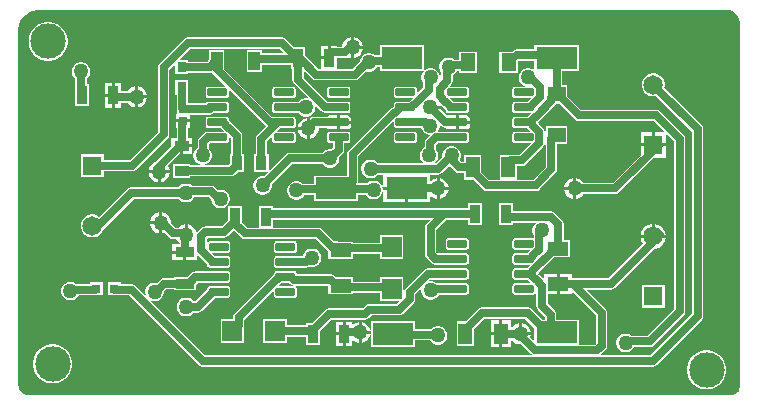
<source format=gtl>
G04*
G04 #@! TF.GenerationSoftware,Altium Limited,Altium Designer,25.4.2 (15)*
G04*
G04 Layer_Physical_Order=1*
G04 Layer_Color=255*
%FSLAX44Y44*%
%MOMM*%
G71*
G04*
G04 #@! TF.SameCoordinates,11C6A8BD-48F9-44D4-97C0-98E840ED0286*
G04*
G04*
G04 #@! TF.FilePolarity,Positive*
G04*
G01*
G75*
%ADD15R,1.2500X1.5000*%
%ADD16R,1.5621X0.8581*%
G04:AMPARAMS|DCode=17|XSize=0.65mm|YSize=1.65mm|CornerRadius=0.0488mm|HoleSize=0mm|Usage=FLASHONLY|Rotation=90.000|XOffset=0mm|YOffset=0mm|HoleType=Round|Shape=RoundedRectangle|*
%AMROUNDEDRECTD17*
21,1,0.6500,1.5525,0,0,90.0*
21,1,0.5525,1.6500,0,0,90.0*
1,1,0.0975,0.7763,0.2763*
1,1,0.0975,0.7763,-0.2763*
1,1,0.0975,-0.7763,-0.2763*
1,1,0.0975,-0.7763,0.2763*
%
%ADD17ROUNDEDRECTD17*%
%ADD18R,0.8000X0.8000*%
%ADD19R,0.8581X1.5621*%
%ADD20R,3.4500X1.8500*%
%ADD21R,1.5000X1.2500*%
%ADD22R,0.8000X0.9000*%
%ADD23R,1.0000X1.5000*%
%ADD24R,1.2000X0.9000*%
%ADD25R,0.9000X1.2000*%
%ADD26R,1.7000X1.6800*%
%ADD27R,1.6800X1.7000*%
%ADD28R,1.1500X1.8000*%
%ADD29R,1.8000X1.1500*%
%ADD30R,0.7200X0.7200*%
%ADD40C,0.6350*%
%ADD41C,1.6500*%
%ADD42R,1.6500X1.6500*%
%ADD43C,3.0000*%
%ADD44C,1.2700*%
G36*
X955834Y888561D02*
X957914Y887699D01*
X959786Y886448D01*
X961378Y884856D01*
X962629Y882984D01*
X963491Y880904D01*
X963930Y878696D01*
Y877570D01*
Y570230D01*
Y569479D01*
X963637Y568007D01*
X963063Y566621D01*
X962229Y565373D01*
X961167Y564311D01*
X959919Y563477D01*
X958533Y562903D01*
X957060Y562610D01*
X362219D01*
X360256Y563000D01*
X358407Y563766D01*
X356743Y564878D01*
X355328Y566293D01*
X354216Y567957D01*
X353450Y569806D01*
X353060Y571769D01*
Y572770D01*
Y867410D01*
Y871220D01*
Y872971D01*
X353743Y876406D01*
X355084Y879642D01*
X357029Y882554D01*
X359506Y885031D01*
X362418Y886976D01*
X365654Y888317D01*
X369089Y889000D01*
X953626D01*
X955834Y888561D01*
D02*
G37*
%LPC*%
G36*
X637540Y866113D02*
Y858520D01*
X645133D01*
X644554Y860681D01*
X643384Y862709D01*
X641729Y864364D01*
X639701Y865534D01*
X637540Y866113D01*
D02*
G37*
G36*
X635000D02*
X632839Y865534D01*
X630811Y864364D01*
X629156Y862709D01*
X627986Y860681D01*
X627380Y858420D01*
Y857787D01*
X623351D01*
Y858711D01*
X617790D01*
Y848360D01*
X616520D01*
Y847090D01*
X609689D01*
Y838930D01*
X607456D01*
X596734Y849652D01*
X595795Y850279D01*
Y857695D01*
X586595D01*
X579842Y864448D01*
X578288Y865486D01*
X576454Y865851D01*
X497055D01*
X495525Y865547D01*
X495221Y865486D01*
X493667Y864448D01*
X472862Y843643D01*
X471824Y842089D01*
X471459Y840255D01*
Y785574D01*
X447660Y761776D01*
X425720D01*
Y766759D01*
X406172D01*
Y747211D01*
X425720D01*
Y752194D01*
X449645D01*
X451479Y752559D01*
X453033Y753597D01*
X479638Y780202D01*
X480676Y781757D01*
X481041Y783590D01*
Y838271D01*
X485966Y843196D01*
Y834326D01*
X497014D01*
Y835559D01*
X515702D01*
X517481Y835913D01*
X529433Y823961D01*
X529422Y823963D01*
X513898D01*
X513113Y823807D01*
X512447Y823363D01*
X512003Y822697D01*
X511847Y821913D01*
Y816387D01*
X512003Y815603D01*
X512447Y814937D01*
X513113Y814493D01*
X513898Y814337D01*
X529422D01*
X530207Y814493D01*
X530873Y814937D01*
X531317Y815603D01*
X531473Y816387D01*
Y821913D01*
X531471Y821923D01*
X562934Y790460D01*
X555752Y783278D01*
X554714Y781723D01*
X554349Y779890D01*
Y766984D01*
X553116D01*
Y751936D01*
X564821D01*
X561155Y748271D01*
X561107Y748284D01*
X559033D01*
X557031Y747747D01*
X555235Y746711D01*
X553769Y745245D01*
X552733Y743449D01*
X552196Y741447D01*
Y739373D01*
X552733Y737371D01*
X553769Y735575D01*
X555235Y734109D01*
X557031Y733073D01*
X559033Y732536D01*
X561107D01*
X563109Y733073D01*
X564905Y734109D01*
X566371Y735575D01*
X567407Y737371D01*
X567944Y739373D01*
Y741447D01*
X567931Y741495D01*
X584915Y758479D01*
X610894D01*
X610919Y758435D01*
X612385Y756969D01*
X614181Y755933D01*
X616183Y755396D01*
X618257D01*
X620259Y755933D01*
X622055Y756969D01*
X623521Y758435D01*
X624557Y760231D01*
X625094Y762233D01*
Y764307D01*
X625081Y764355D01*
X627843Y767117D01*
X628537Y768156D01*
X628881Y768671D01*
X629246Y770505D01*
Y776237D01*
X632293D01*
X633077Y776393D01*
X633743Y776837D01*
X634187Y777503D01*
X634343Y778288D01*
Y783812D01*
X634187Y784597D01*
X633743Y785263D01*
X633077Y785707D01*
X632293Y785863D01*
X616768D01*
X615983Y785707D01*
X615317Y785263D01*
X614873Y784597D01*
X614717Y783812D01*
Y778288D01*
X614873Y777503D01*
X615317Y776837D01*
X615983Y776393D01*
X616768Y776237D01*
X619664D01*
Y772489D01*
X618305Y771131D01*
X618257Y771144D01*
X616183D01*
X614181Y770607D01*
X612385Y769571D01*
X610919Y768105D01*
X610894Y768061D01*
X582930D01*
X581401Y767757D01*
X581096Y767696D01*
X579542Y766658D01*
X565164Y752280D01*
Y766984D01*
X563931D01*
Y777905D01*
X568347Y782321D01*
Y778288D01*
X568503Y777503D01*
X568947Y776837D01*
X569613Y776393D01*
X570397Y776237D01*
X585923D01*
X586707Y776393D01*
X587373Y776837D01*
X587817Y777503D01*
X587973Y778288D01*
Y783812D01*
X587817Y784597D01*
X587373Y785263D01*
X586707Y785707D01*
X585923Y785863D01*
X572049D01*
X575122Y788937D01*
X585923D01*
X586707Y789093D01*
X587373Y789537D01*
X587817Y790203D01*
X587973Y790987D01*
Y796513D01*
X587817Y797297D01*
X587373Y797963D01*
X586707Y798407D01*
X585923Y798563D01*
X573425D01*
X573160Y798616D01*
X568330D01*
X527734Y839212D01*
Y854844D01*
X514686D01*
Y847046D01*
X514244Y846384D01*
X514066Y845489D01*
X513717Y845141D01*
X497014D01*
Y846374D01*
X489144D01*
X499039Y856269D01*
X574470D01*
X578568Y852171D01*
X559734D01*
Y854844D01*
X546686D01*
Y836796D01*
X559734D01*
Y842589D01*
X584165D01*
Y839025D01*
X585343D01*
Y829726D01*
X585708Y827892D01*
X586747Y826338D01*
X599062Y814023D01*
X597937Y814324D01*
X595863D01*
X593861Y813787D01*
X592065Y812751D01*
X590599Y811285D01*
X590574Y811241D01*
X586035D01*
X585923Y811263D01*
X570397D01*
X569613Y811107D01*
X568947Y810663D01*
X568503Y809997D01*
X568347Y809212D01*
Y803688D01*
X568503Y802903D01*
X568947Y802237D01*
X569613Y801793D01*
X570397Y801637D01*
X585923D01*
X586035Y801659D01*
X590574D01*
X590599Y801615D01*
X592065Y800149D01*
X593861Y799113D01*
X595863Y798576D01*
X597937D01*
X599939Y799113D01*
X601735Y800149D01*
X603201Y801615D01*
X604237Y803411D01*
X604774Y805413D01*
Y807487D01*
X604473Y808612D01*
X609947Y803137D01*
X611502Y802099D01*
X613335Y801734D01*
X616278D01*
X616768Y801637D01*
X632293D01*
X633077Y801793D01*
X633743Y802237D01*
X634187Y802903D01*
X634343Y803688D01*
Y809212D01*
X634187Y809997D01*
X633743Y810663D01*
X633077Y811107D01*
X632293Y811263D01*
X624720D01*
X624455Y811316D01*
X615320D01*
X594925Y831710D01*
Y837909D01*
X602083Y830751D01*
X603638Y829713D01*
X603942Y829652D01*
X605471Y829348D01*
X638200D01*
X640034Y829713D01*
X641588Y830751D01*
X647870Y837033D01*
X649203Y836676D01*
X651277D01*
X653279Y837213D01*
X655075Y838249D01*
X656541Y839715D01*
X657268Y840974D01*
X659406D01*
Y837586D01*
X696910D01*
X696009Y836685D01*
X694973Y834889D01*
X694436Y832887D01*
Y830813D01*
X694973Y828811D01*
X696009Y827015D01*
X696304Y826721D01*
Y823340D01*
X690843Y817879D01*
Y821913D01*
X690687Y822697D01*
X690243Y823363D01*
X689577Y823807D01*
X688792Y823963D01*
X673268D01*
X672483Y823807D01*
X671817Y823363D01*
X671373Y822697D01*
X671217Y821913D01*
Y816387D01*
X671373Y815603D01*
X671817Y814937D01*
X672483Y814493D01*
X673268Y814337D01*
X687141D01*
X684068Y811263D01*
X673268D01*
X672483Y811107D01*
X671817Y810663D01*
X671373Y809997D01*
X671217Y809212D01*
Y807456D01*
X670035Y806274D01*
X669590Y806186D01*
X669286Y806125D01*
X667731Y805087D01*
X632987Y770342D01*
X631949Y768788D01*
X631584Y766955D01*
Y748644D01*
X603526D01*
Y741835D01*
X594260D01*
X593575Y742520D01*
X591780Y743556D01*
X589777Y744093D01*
X587704D01*
X585701Y743556D01*
X583906Y742520D01*
X582440Y741054D01*
X581403Y739258D01*
X580867Y737256D01*
Y735182D01*
X581403Y733180D01*
X582440Y731384D01*
X583906Y729918D01*
X585701Y728882D01*
X587704Y728345D01*
X589777D01*
X591780Y728882D01*
X593575Y729918D01*
X595042Y731384D01*
X595543Y732253D01*
X603526D01*
Y727096D01*
X641074D01*
Y732444D01*
X647357D01*
X647749Y731765D01*
X649215Y730299D01*
X651011Y729263D01*
X653013Y728726D01*
X655087D01*
X657089Y729263D01*
X658885Y730299D01*
X660351Y731765D01*
X661387Y733561D01*
X661924Y735563D01*
Y737637D01*
X661387Y739639D01*
X660351Y741435D01*
X658885Y742901D01*
X657089Y743937D01*
X655087Y744474D01*
X653013D01*
X651011Y743937D01*
X649215Y742901D01*
X648341Y742026D01*
X641074D01*
Y743482D01*
X641166Y743945D01*
Y764970D01*
X671217Y795021D01*
Y790987D01*
X671373Y790203D01*
X671817Y789537D01*
X672483Y789093D01*
X673268Y788937D01*
X680840D01*
X681105Y788884D01*
X694537D01*
X694780Y787978D01*
X695816Y786182D01*
X697282Y784716D01*
X699078Y783680D01*
X701081Y783143D01*
X702403D01*
X698867Y779608D01*
X697829Y778054D01*
X697464Y776220D01*
Y772838D01*
X696205Y772111D01*
X694739Y770645D01*
X693703Y768849D01*
X693166Y766847D01*
Y764773D01*
X693703Y762771D01*
X694739Y760975D01*
X696205Y759509D01*
X696791Y759171D01*
X657836D01*
X657811Y759215D01*
X656345Y760681D01*
X654549Y761717D01*
X652547Y762254D01*
X650473D01*
X648471Y761717D01*
X646675Y760681D01*
X645209Y759215D01*
X644173Y757419D01*
X643636Y755417D01*
Y753343D01*
X644173Y751341D01*
X645209Y749545D01*
X646675Y748079D01*
X648471Y747043D01*
X650473Y746506D01*
X652547D01*
X654549Y747043D01*
X656345Y748079D01*
X657811Y749545D01*
X657836Y749589D01*
X662200D01*
Y739140D01*
X681990D01*
Y737870D01*
X683260D01*
Y726080D01*
X701780D01*
Y732178D01*
X703201Y730756D01*
X705229Y729586D01*
X707390Y729007D01*
Y737870D01*
Y746733D01*
X705229Y746154D01*
X703201Y744984D01*
X701780Y743562D01*
Y749589D01*
X708660D01*
X710493Y749954D01*
X712048Y750992D01*
X718185Y757129D01*
X723052Y752262D01*
X724607Y751224D01*
X726440Y750859D01*
X730836D01*
Y745126D01*
X738608D01*
X746712Y737022D01*
X748267Y735984D01*
X750100Y735619D01*
X791210D01*
X793044Y735984D01*
X794598Y737022D01*
X808053Y750477D01*
X809091Y752031D01*
X809456Y753865D01*
Y775076D01*
X818014D01*
Y790624D01*
X799966D01*
Y780238D01*
X799874Y779775D01*
Y755850D01*
X789225Y745201D01*
X775384D01*
Y756684D01*
X779645D01*
X781478Y757049D01*
X783033Y758087D01*
X797697Y772751D01*
X798735Y774306D01*
X798796Y774610D01*
X799100Y776139D01*
Y785961D01*
X798735Y787794D01*
X797697Y789349D01*
X794473Y792573D01*
X793991Y792894D01*
X793136Y793750D01*
X794177Y794791D01*
X794659Y795113D01*
X808052Y808507D01*
X808766Y809576D01*
X811238D01*
X824616Y796198D01*
X826170Y795159D01*
X828004Y794794D01*
X891625D01*
X900995Y785425D01*
X892154D01*
Y775905D01*
X901674D01*
Y784746D01*
X908339Y778081D01*
Y635624D01*
X885781Y613066D01*
X872540D01*
X872245Y613361D01*
X870449Y614397D01*
X868447Y614934D01*
X866373D01*
X864371Y614397D01*
X862575Y613361D01*
X861109Y611895D01*
X860073Y610099D01*
X859536Y608097D01*
Y606023D01*
X860073Y604021D01*
X861109Y602225D01*
X862575Y600759D01*
X864371Y599723D01*
X866373Y599186D01*
X868447D01*
X870449Y599723D01*
X872245Y600759D01*
X873711Y602225D01*
X874437Y603484D01*
X887765D01*
X889599Y603849D01*
X891153Y604887D01*
X916518Y630252D01*
X917556Y631806D01*
X917921Y633640D01*
Y780065D01*
X917556Y781899D01*
X916518Y783453D01*
X896998Y802973D01*
X895443Y804012D01*
X893610Y804377D01*
X829988D01*
X818014Y816351D01*
Y825124D01*
X813781D01*
Y837586D01*
X827764D01*
Y859134D01*
X790216D01*
Y855691D01*
X775145D01*
X773311Y855326D01*
X771757Y854288D01*
X771063Y853594D01*
X770962Y853574D01*
X760576D01*
Y835526D01*
X776124D01*
Y845231D01*
X776507Y845487D01*
X777129Y846109D01*
X790216D01*
Y837629D01*
X789695Y838151D01*
X787899Y839187D01*
X785897Y839724D01*
X783823D01*
X781821Y839187D01*
X780025Y838151D01*
X778559Y836685D01*
X777523Y834889D01*
X776986Y832887D01*
Y830813D01*
X777523Y828811D01*
X778559Y827015D01*
X780025Y825549D01*
X781821Y824513D01*
X783823Y823976D01*
X785897D01*
X787254Y824340D01*
X787631Y823963D01*
X773597D01*
X772813Y823807D01*
X772147Y823363D01*
X771703Y822697D01*
X771547Y821913D01*
Y816387D01*
X771703Y815603D01*
X772147Y814937D01*
X772813Y814493D01*
X773597Y814337D01*
X787471D01*
X784451Y811316D01*
X781435D01*
X781170Y811263D01*
X773597D01*
X772813Y811107D01*
X772147Y810663D01*
X771703Y809997D01*
X771547Y809212D01*
Y803688D01*
X771703Y802903D01*
X772147Y802237D01*
X772813Y801793D01*
X773597Y801637D01*
X787471D01*
X784398Y798563D01*
X773597D01*
X772813Y798407D01*
X772147Y797963D01*
X771703Y797297D01*
X771547Y796513D01*
Y790987D01*
X771703Y790203D01*
X772147Y789537D01*
X772813Y789093D01*
X773597Y788937D01*
X784398D01*
X787471Y785863D01*
X773597D01*
X772813Y785707D01*
X772147Y785263D01*
X771703Y784597D01*
X771547Y783812D01*
Y778288D01*
X771703Y777503D01*
X772147Y776837D01*
X772813Y776393D01*
X773597Y776237D01*
X787631D01*
X777660Y766266D01*
X770685D01*
X770222Y766174D01*
X760836D01*
Y745201D01*
X752085D01*
X745384Y751901D01*
Y766174D01*
X730836D01*
Y760441D01*
X728425D01*
X726940Y761926D01*
X727427Y762771D01*
X727964Y764773D01*
Y766847D01*
X727427Y768849D01*
X726391Y770645D01*
X724925Y772111D01*
X723129Y773147D01*
X721127Y773684D01*
X719053D01*
X717051Y773147D01*
X715255Y772111D01*
X713789Y770645D01*
X712753Y768849D01*
X712216Y766847D01*
Y764773D01*
X712229Y764725D01*
X706675Y759171D01*
X705289D01*
X705875Y759509D01*
X707341Y760975D01*
X708377Y762771D01*
X708914Y764773D01*
Y766847D01*
X708377Y768849D01*
X707341Y770645D01*
X707046Y770939D01*
Y774236D01*
X709070Y776259D01*
X716985D01*
X717097Y776237D01*
X732623D01*
X733407Y776393D01*
X734073Y776837D01*
X734517Y777503D01*
X734673Y778288D01*
Y783812D01*
X734517Y784597D01*
X734073Y785263D01*
X733407Y785707D01*
X732623Y785863D01*
X717097D01*
X716985Y785841D01*
X708077D01*
X708418Y786182D01*
X709455Y787978D01*
X709991Y789981D01*
Y791993D01*
X711547Y790437D01*
X712586Y789743D01*
X713102Y789399D01*
X714735Y789074D01*
X714915Y788805D01*
X715916Y788136D01*
X717097Y787901D01*
X723590D01*
Y793750D01*
Y799599D01*
X717097D01*
X716129Y799407D01*
X710753Y804782D01*
X710926Y805427D01*
X702063D01*
Y807967D01*
X710926D01*
X710750Y808625D01*
X711561Y807813D01*
X712043Y807491D01*
X715047Y804488D01*
Y803688D01*
X715203Y802903D01*
X715647Y802237D01*
X716313Y801793D01*
X717097Y801637D01*
X732623D01*
X733407Y801793D01*
X734073Y802237D01*
X734517Y802903D01*
X734673Y803688D01*
Y809212D01*
X734517Y809997D01*
X734073Y810663D01*
X733407Y811107D01*
X732623Y811263D01*
X725050D01*
X724785Y811316D01*
X721769D01*
X718749Y814337D01*
X732623D01*
X733407Y814493D01*
X734073Y814937D01*
X734517Y815603D01*
X734673Y816387D01*
Y821913D01*
X734517Y822697D01*
X734073Y823363D01*
X733407Y823807D01*
X732623Y823963D01*
X718589D01*
X719723Y825097D01*
X720761Y826651D01*
X720822Y826955D01*
X721126Y828485D01*
Y833712D01*
X722385Y834439D01*
X723851Y835905D01*
X724577Y837164D01*
X726076D01*
Y835526D01*
X741624D01*
Y853574D01*
X726076D01*
Y846746D01*
X722680D01*
X722385Y847041D01*
X720589Y848077D01*
X718587Y848614D01*
X716513D01*
X714511Y848077D01*
X712715Y847041D01*
X711249Y845575D01*
X710213Y843779D01*
X709676Y841777D01*
Y839703D01*
X710213Y837701D01*
X711249Y835905D01*
X711544Y835611D01*
Y830469D01*
X709322Y828248D01*
X709647Y828811D01*
X710184Y830813D01*
Y832887D01*
X709647Y834889D01*
X708611Y836685D01*
X707145Y838151D01*
X705349Y839187D01*
X703347Y839724D01*
X701273D01*
X699271Y839187D01*
X697475Y838151D01*
X696954Y837629D01*
Y859134D01*
X659406D01*
Y850556D01*
X655369D01*
X655075Y850851D01*
X653279Y851887D01*
X651277Y852424D01*
X649203D01*
X647201Y851887D01*
X645405Y850851D01*
X643939Y849385D01*
X642903Y847589D01*
X642366Y845587D01*
Y845080D01*
X636216Y838930D01*
X623351D01*
Y848205D01*
X630297D01*
X632131Y848569D01*
X632777Y849001D01*
X632839Y848966D01*
X635000Y848387D01*
Y857250D01*
Y866113D01*
D02*
G37*
G36*
X615250Y858711D02*
X609689D01*
Y849630D01*
X615250D01*
Y858711D01*
D02*
G37*
G36*
X645133Y855980D02*
X637540D01*
Y848387D01*
X639701Y848966D01*
X641729Y850136D01*
X643384Y851791D01*
X644554Y853819D01*
X645133Y855980D01*
D02*
G37*
G36*
X380088Y878854D02*
X376833D01*
X373640Y878219D01*
X370633Y876973D01*
X367927Y875165D01*
X365625Y872863D01*
X363817Y870157D01*
X362571Y867150D01*
X361936Y863958D01*
Y860703D01*
X362571Y857510D01*
X363817Y854503D01*
X365625Y851797D01*
X367927Y849495D01*
X370633Y847687D01*
X373640Y846441D01*
X376833Y845806D01*
X380088D01*
X383280Y846441D01*
X386287Y847687D01*
X388993Y849495D01*
X391295Y851797D01*
X393103Y854503D01*
X394349Y857510D01*
X394984Y860703D01*
Y863958D01*
X394349Y867150D01*
X393103Y870157D01*
X391295Y872863D01*
X388993Y875165D01*
X386287Y876973D01*
X383280Y878219D01*
X380088Y878854D01*
D02*
G37*
G36*
X432370Y826961D02*
X426809D01*
Y817880D01*
X432370D01*
Y826961D01*
D02*
G37*
G36*
X454660Y824203D02*
Y816610D01*
X462253D01*
X461674Y818771D01*
X460504Y820799D01*
X458849Y822454D01*
X456821Y823624D01*
X454660Y824203D01*
D02*
G37*
G36*
X632293Y823963D02*
X616768D01*
X615983Y823807D01*
X615317Y823363D01*
X614873Y822697D01*
X614717Y821913D01*
Y816387D01*
X614873Y815603D01*
X615317Y814937D01*
X615983Y814493D01*
X616768Y814337D01*
X632293D01*
X633077Y814493D01*
X633743Y814937D01*
X634187Y815603D01*
X634343Y816387D01*
Y821913D01*
X634187Y822697D01*
X633743Y823363D01*
X633077Y823807D01*
X632293Y823963D01*
D02*
G37*
G36*
X585923D02*
X570397D01*
X569613Y823807D01*
X568947Y823363D01*
X568503Y822697D01*
X568347Y821913D01*
Y816387D01*
X568503Y815603D01*
X568947Y814937D01*
X569613Y814493D01*
X570397Y814337D01*
X585923D01*
X586707Y814493D01*
X587373Y814937D01*
X587817Y815603D01*
X587973Y816387D01*
Y821913D01*
X587817Y822697D01*
X587373Y823363D01*
X586707Y823807D01*
X585923Y823963D01*
D02*
G37*
G36*
X407437Y844804D02*
X405363D01*
X403361Y844267D01*
X401565Y843231D01*
X400099Y841765D01*
X399063Y839969D01*
X398526Y837967D01*
Y835893D01*
X399063Y833891D01*
X400099Y832095D01*
X401565Y830629D01*
X401609Y830604D01*
Y825945D01*
X401285D01*
Y807275D01*
X412915D01*
Y825945D01*
X411191D01*
Y830604D01*
X411235Y830629D01*
X412701Y832095D01*
X413737Y833891D01*
X414274Y835893D01*
Y837967D01*
X413737Y839969D01*
X412701Y841765D01*
X411235Y843231D01*
X409439Y844267D01*
X407437Y844804D01*
D02*
G37*
G36*
X462253Y814070D02*
X454660D01*
Y806477D01*
X456821Y807056D01*
X458849Y808226D01*
X460504Y809881D01*
X461674Y811909D01*
X462253Y814070D01*
D02*
G37*
G36*
X440471Y826961D02*
X434910D01*
Y816610D01*
Y806259D01*
X440471D01*
Y810549D01*
X445891D01*
X446276Y809881D01*
X447931Y808226D01*
X449959Y807056D01*
X452120Y806477D01*
Y815340D01*
Y824203D01*
X449959Y823624D01*
X447931Y822454D01*
X446276Y820799D01*
X445891Y820131D01*
X440471D01*
Y826961D01*
D02*
G37*
G36*
X432370Y815340D02*
X426809D01*
Y806259D01*
X432370D01*
Y815340D01*
D02*
G37*
G36*
X623260Y799599D02*
X616768D01*
X615586Y799364D01*
X614585Y798695D01*
X614482Y798541D01*
X603698D01*
X601865Y798176D01*
X600612Y797339D01*
X599888Y797533D01*
Y788670D01*
Y779807D01*
X602050Y780386D01*
X604077Y781556D01*
X605732Y783211D01*
X606902Y785239D01*
X607508Y787500D01*
Y788959D01*
X614482D01*
X614585Y788805D01*
X615586Y788136D01*
X616768Y787901D01*
X623260D01*
Y793750D01*
Y799599D01*
D02*
G37*
G36*
X497014Y829374D02*
X485966D01*
Y817326D01*
X487334D01*
Y805735D01*
X487636Y804217D01*
Y801240D01*
X486620D01*
Y796370D01*
X492760D01*
X498900D01*
Y800309D01*
X515310D01*
X517144Y800674D01*
X518585Y801637D01*
X529422D01*
X530207Y801793D01*
X530873Y802237D01*
X531317Y802903D01*
X531473Y803688D01*
Y809212D01*
X531317Y809997D01*
X530873Y810663D01*
X530207Y811107D01*
X529422Y811263D01*
X513898D01*
X513113Y811107D01*
X512447Y810663D01*
X512003Y809997D01*
X511982Y809891D01*
X497884D01*
Y810224D01*
X496916D01*
Y817326D01*
X497014D01*
Y829374D01*
D02*
G37*
G36*
X732623Y799599D02*
X726130D01*
Y795020D01*
X735709D01*
Y796513D01*
X735474Y797694D01*
X734805Y798695D01*
X733804Y799364D01*
X732623Y799599D01*
D02*
G37*
G36*
X632293D02*
X625800D01*
Y795020D01*
X635379D01*
Y796513D01*
X635144Y797694D01*
X634475Y798695D01*
X633474Y799364D01*
X632293Y799599D01*
D02*
G37*
G36*
X597348Y797533D02*
X595187Y796954D01*
X593160Y795784D01*
X591505Y794129D01*
X590334Y792101D01*
X589755Y789940D01*
X597348D01*
Y797533D01*
D02*
G37*
G36*
X735709Y792480D02*
X726130D01*
Y787901D01*
X732623D01*
X733804Y788136D01*
X734805Y788805D01*
X735474Y789806D01*
X735709Y790987D01*
Y792480D01*
D02*
G37*
G36*
X635379D02*
X625800D01*
Y787901D01*
X632293D01*
X633474Y788136D01*
X634475Y788805D01*
X635144Y789806D01*
X635379Y790987D01*
Y792480D01*
D02*
G37*
G36*
X597348Y787400D02*
X589755D01*
X590334Y785239D01*
X591505Y783211D01*
X593160Y781556D01*
X595187Y780386D01*
X597348Y779807D01*
Y787400D01*
D02*
G37*
G36*
X688792Y785863D02*
X673268D01*
X672483Y785707D01*
X671817Y785263D01*
X671373Y784597D01*
X671217Y783812D01*
Y778288D01*
X671373Y777503D01*
X671817Y776837D01*
X672483Y776393D01*
X673268Y776237D01*
X688792D01*
X689577Y776393D01*
X690243Y776837D01*
X690687Y777503D01*
X690843Y778288D01*
Y783812D01*
X690687Y784597D01*
X690243Y785263D01*
X689577Y785707D01*
X688792Y785863D01*
D02*
G37*
G36*
X889614Y785425D02*
X880094D01*
Y775905D01*
X889614D01*
Y785425D01*
D02*
G37*
G36*
X500030Y772500D02*
X492760D01*
Y766730D01*
X500030D01*
Y772500D01*
D02*
G37*
G36*
X529422Y798563D02*
X513898D01*
X513113Y798407D01*
X512447Y797963D01*
X512003Y797297D01*
X511847Y796513D01*
Y790987D01*
X512003Y790203D01*
X512447Y789537D01*
X513113Y789093D01*
X513898Y788937D01*
X524698D01*
X527771Y785863D01*
X513898D01*
X513113Y785707D01*
X512960Y785605D01*
X512240Y785462D01*
X511936Y785401D01*
X510381Y784363D01*
X506662Y780643D01*
X505623Y779089D01*
X505258Y777255D01*
Y772586D01*
X504435Y772111D01*
X502969Y770645D01*
X501933Y768849D01*
X501396Y766847D01*
Y764773D01*
X501933Y762771D01*
X502969Y760975D01*
X504435Y759509D01*
X506231Y758473D01*
X508233Y757936D01*
X510307D01*
X512309Y758473D01*
X514105Y759509D01*
X515571Y760975D01*
X516607Y762771D01*
X517144Y764773D01*
Y766847D01*
X516607Y768849D01*
X515571Y770645D01*
X514840Y771375D01*
Y775271D01*
X515754Y776184D01*
X521585D01*
X521850Y776237D01*
X529422D01*
X530207Y776393D01*
X530873Y776837D01*
X531317Y777503D01*
X531473Y778288D01*
Y782321D01*
X533349Y780445D01*
Y766984D01*
X532116D01*
Y758712D01*
X530965Y757561D01*
X499014D01*
Y758794D01*
X483966D01*
Y746746D01*
X499014D01*
Y747979D01*
X532950D01*
X534784Y748344D01*
X536338Y749382D01*
X538892Y751936D01*
X544164D01*
Y766984D01*
X542931D01*
Y782430D01*
X542566Y784263D01*
X541528Y785818D01*
X534773Y792573D01*
X534291Y792894D01*
X531473Y795712D01*
Y796513D01*
X531317Y797297D01*
X530873Y797963D01*
X530207Y798407D01*
X529422Y798563D01*
D02*
G37*
G36*
X498900Y793830D02*
X492760D01*
X486620D01*
Y788960D01*
X487334D01*
Y780810D01*
X482950D01*
Y773506D01*
X469774Y760329D01*
X469009Y760124D01*
X466981Y758954D01*
X465326Y757299D01*
X464156Y755271D01*
X463577Y753110D01*
X481303D01*
X480724Y755271D01*
X479825Y756829D01*
X489726Y766730D01*
X490220D01*
Y773770D01*
X491490D01*
Y775040D01*
X500030D01*
Y780810D01*
X496916D01*
Y788960D01*
X498900D01*
Y793830D01*
D02*
G37*
G36*
X481303Y750570D02*
X473710D01*
Y742977D01*
X475871Y743556D01*
X477899Y744726D01*
X479554Y746381D01*
X480724Y748409D01*
X481303Y750570D01*
D02*
G37*
G36*
X471170D02*
X463577D01*
X464156Y748409D01*
X465326Y746381D01*
X466981Y744726D01*
X469009Y743556D01*
X471170Y742977D01*
Y750570D01*
D02*
G37*
G36*
X901674Y773365D02*
X890884D01*
X880094D01*
Y766219D01*
X856535Y742661D01*
X831729D01*
X831344Y743329D01*
X829689Y744984D01*
X827661Y746154D01*
X825500Y746733D01*
Y737870D01*
Y729007D01*
X827661Y729586D01*
X829689Y730756D01*
X831344Y732411D01*
X831729Y733079D01*
X858520D01*
X860353Y733444D01*
X861908Y734482D01*
X891271Y763845D01*
X901674D01*
Y773365D01*
D02*
G37*
G36*
X822960Y746733D02*
X820799Y746154D01*
X818771Y744984D01*
X817116Y743329D01*
X815946Y741301D01*
X815367Y739140D01*
X822960D01*
Y746733D01*
D02*
G37*
G36*
X709930D02*
Y739140D01*
X717523D01*
X716944Y741301D01*
X715774Y743329D01*
X714119Y744984D01*
X712091Y746154D01*
X709930Y746733D01*
D02*
G37*
G36*
X822960Y736600D02*
X815367D01*
X815946Y734439D01*
X817116Y732411D01*
X818771Y730756D01*
X820799Y729586D01*
X822960Y729007D01*
Y736600D01*
D02*
G37*
G36*
X717523D02*
X709930D01*
Y729007D01*
X712091Y729586D01*
X714119Y730756D01*
X715774Y732411D01*
X716944Y734439D01*
X717523Y736600D01*
D02*
G37*
G36*
X680720D02*
X662200D01*
Y726080D01*
X680720D01*
Y736600D01*
D02*
G37*
G36*
X496337Y741934D02*
X494263D01*
X492261Y741397D01*
X490465Y740361D01*
X488999Y738895D01*
X488974Y738851D01*
X448901D01*
X447068Y738486D01*
X445513Y737448D01*
X422010Y713944D01*
X421948Y714006D01*
X419719Y715293D01*
X417233Y715959D01*
X414660D01*
X412174Y715293D01*
X409945Y714006D01*
X408125Y712186D01*
X406838Y709958D01*
X406172Y707472D01*
Y704898D01*
X406838Y702412D01*
X408125Y700184D01*
X409945Y698364D01*
X412174Y697077D01*
X414660Y696411D01*
X417233D01*
X419719Y697077D01*
X421948Y698364D01*
X423768Y700184D01*
X425054Y702412D01*
X425429Y703812D01*
X450886Y729269D01*
X488974D01*
X488999Y729225D01*
X490465Y727759D01*
X492261Y726723D01*
X494263Y726186D01*
X496337D01*
X498339Y726723D01*
X500135Y727759D01*
X501601Y729225D01*
X502327Y730484D01*
X514512D01*
X516636Y728360D01*
Y727943D01*
X517173Y725941D01*
X518209Y724145D01*
X519675Y722679D01*
X521471Y721643D01*
X523473Y721106D01*
X525547D01*
X527549Y721643D01*
X529345Y722679D01*
X530811Y724145D01*
X531847Y725941D01*
X532384Y727943D01*
Y730017D01*
X531847Y732019D01*
X530811Y733815D01*
X529345Y735281D01*
X527549Y736317D01*
X525547Y736854D01*
X523473D01*
X522069Y736478D01*
X519884Y738663D01*
X518330Y739701D01*
X516497Y740066D01*
X500429D01*
X500135Y740361D01*
X498339Y741397D01*
X496337Y741934D01*
D02*
G37*
G36*
X745655Y725615D02*
X734025D01*
Y721071D01*
X568995D01*
Y723075D01*
X557365D01*
Y704561D01*
X547235D01*
X542455Y709341D01*
Y723075D01*
X530825D01*
Y712387D01*
X530733Y711924D01*
Y711089D01*
X525325Y705681D01*
X511720D01*
X510191Y705377D01*
X509886Y705316D01*
X508332Y704277D01*
X504612Y700558D01*
X504141Y699853D01*
X503584Y701931D01*
X502414Y703959D01*
X500759Y705614D01*
X498731Y706784D01*
X496570Y707363D01*
Y698500D01*
X494030D01*
Y707363D01*
X491869Y706784D01*
X489841Y705614D01*
X488734Y704506D01*
X486358D01*
X482600Y708264D01*
Y709830D01*
X481994Y712091D01*
X480824Y714119D01*
X479169Y715774D01*
X477141Y716944D01*
X474980Y717523D01*
Y708660D01*
Y699797D01*
X476980Y700333D01*
X480930Y696382D01*
X482485Y695344D01*
X484318Y694979D01*
X484919D01*
X485195Y694924D01*
X487099D01*
X488186Y693041D01*
X489841Y691386D01*
X489874Y691367D01*
Y690661D01*
X483679D01*
Y685100D01*
X494030D01*
Y683830D01*
X495300D01*
Y676999D01*
X504381D01*
Y682369D01*
X504612Y682022D01*
X509631Y677003D01*
X510113Y676681D01*
X513117Y673678D01*
Y672878D01*
X513273Y672093D01*
X513717Y671427D01*
X514383Y670983D01*
X515168Y670827D01*
X530692D01*
X531477Y670983D01*
X532143Y671427D01*
X532587Y672093D01*
X532743Y672878D01*
Y678402D01*
X532587Y679187D01*
X532143Y679853D01*
X531477Y680297D01*
X530692Y680453D01*
X523120D01*
X522855Y680506D01*
X519840D01*
X516819Y683527D01*
X530692D01*
X531477Y683683D01*
X532143Y684127D01*
X532587Y684793D01*
X532743Y685577D01*
Y691103D01*
X532587Y691887D01*
X532143Y692553D01*
X531477Y692997D01*
X530692Y693153D01*
X515168D01*
X514383Y692997D01*
X513717Y692553D01*
X513273Y691887D01*
X513117Y691103D01*
Y687069D01*
X512791Y687395D01*
Y695185D01*
X513704Y696099D01*
X527310D01*
X529143Y696463D01*
X530698Y697502D01*
X535720Y702524D01*
X541862Y696382D01*
X543417Y695344D01*
X545250Y694979D01*
X605075D01*
X615307Y684747D01*
X615586Y684561D01*
Y678286D01*
X636634D01*
Y682219D01*
X659366D01*
Y678436D01*
X679214D01*
Y698484D01*
X659366D01*
Y691801D01*
X636634D01*
Y692834D01*
X623998D01*
X623535Y692926D01*
X620680D01*
X610448Y703158D01*
X608894Y704196D01*
X607060Y704561D01*
X568995D01*
Y711489D01*
X702173D01*
X698922Y708238D01*
X697884Y706684D01*
X697519Y704850D01*
Y681990D01*
X697884Y680156D01*
X698922Y678602D01*
X702732Y674792D01*
X704286Y673754D01*
X706120Y673389D01*
X716985D01*
X717097Y673367D01*
X732623D01*
X733407Y673523D01*
X734073Y673967D01*
X734517Y674633D01*
X734673Y675417D01*
Y680943D01*
X734517Y681727D01*
X734073Y682393D01*
X733407Y682837D01*
X732623Y682993D01*
X717097D01*
X716985Y682971D01*
X708104D01*
X707101Y683975D01*
Y702866D01*
X715724Y711489D01*
X734025D01*
Y706945D01*
X745655D01*
Y725615D01*
D02*
G37*
G36*
X472440Y717523D02*
X470279Y716944D01*
X468251Y715774D01*
X466596Y714119D01*
X465426Y712091D01*
X464847Y709930D01*
X472440D01*
Y717523D01*
D02*
G37*
G36*
Y707390D02*
X464847D01*
X465426Y705229D01*
X466596Y703201D01*
X468251Y701546D01*
X470279Y700376D01*
X472440Y699797D01*
Y707390D01*
D02*
G37*
G36*
X892304Y707955D02*
X892154D01*
Y698435D01*
X901674D01*
Y698586D01*
X900938Y701330D01*
X899518Y703790D01*
X897509Y705799D01*
X895049Y707220D01*
X892304Y707955D01*
D02*
G37*
G36*
X889614D02*
X889463D01*
X886719Y707220D01*
X884258Y705799D01*
X882250Y703790D01*
X880829Y701330D01*
X880094Y698586D01*
Y698435D01*
X889614D01*
Y707955D01*
D02*
G37*
G36*
X732623Y695693D02*
X717097D01*
X716313Y695537D01*
X715647Y695093D01*
X715203Y694427D01*
X715047Y693643D01*
Y688118D01*
X715203Y687333D01*
X715647Y686667D01*
X716313Y686223D01*
X717097Y686067D01*
X732623D01*
X733407Y686223D01*
X734073Y686667D01*
X734517Y687333D01*
X734673Y688118D01*
Y693643D01*
X734517Y694427D01*
X734073Y695093D01*
X733407Y695537D01*
X732623Y695693D01*
D02*
G37*
G36*
X587192Y693153D02*
X571668D01*
X570883Y692997D01*
X570217Y692553D01*
X569773Y691887D01*
X569617Y691103D01*
Y685577D01*
X569773Y684793D01*
X570217Y684127D01*
X570883Y683683D01*
X571668Y683527D01*
X587192D01*
X587977Y683683D01*
X588643Y684127D01*
X589087Y684793D01*
X589243Y685577D01*
Y691103D01*
X589087Y691887D01*
X588643Y692553D01*
X587977Y692997D01*
X587192Y693153D01*
D02*
G37*
G36*
X603017Y686943D02*
X600943D01*
X598941Y686406D01*
X597145Y685370D01*
X595679Y683904D01*
X594643Y682108D01*
X594193Y680431D01*
X587305D01*
X587192Y680453D01*
X571668D01*
X570883Y680297D01*
X570217Y679853D01*
X569773Y679187D01*
X569617Y678402D01*
Y672878D01*
X569773Y672093D01*
X570217Y671427D01*
X570883Y670983D01*
X571668Y670827D01*
X587192D01*
X587305Y670849D01*
X596833D01*
X598666Y671214D01*
X599298Y671636D01*
X600943Y671195D01*
X603017D01*
X605019Y671732D01*
X606815Y672768D01*
X608281Y674234D01*
X609317Y676030D01*
X609854Y678032D01*
Y680106D01*
X609317Y682108D01*
X608281Y683904D01*
X606815Y685370D01*
X605019Y686406D01*
X603017Y686943D01*
D02*
G37*
G36*
X492760Y682560D02*
X483679D01*
Y676999D01*
X492760D01*
Y682560D01*
D02*
G37*
G36*
X732623Y670293D02*
X717097D01*
X716985Y670271D01*
X699770D01*
X697936Y669906D01*
X696382Y668868D01*
X681342Y653827D01*
X680303Y652273D01*
X679938Y650439D01*
Y646538D01*
X679214Y645814D01*
Y662684D01*
X659366D01*
Y658901D01*
X636634D01*
Y662834D01*
X622361D01*
X621408Y663788D01*
X619853Y664826D01*
X618020Y665191D01*
X589243D01*
Y665703D01*
X589087Y666487D01*
X588643Y667153D01*
X587977Y667597D01*
X587192Y667753D01*
X571668D01*
X570883Y667597D01*
X570217Y667153D01*
X569773Y666487D01*
X569617Y665703D01*
Y664902D01*
X566799Y662085D01*
X566317Y661763D01*
X536487Y631933D01*
X535449Y630378D01*
X535084Y628545D01*
Y627144D01*
X524526D01*
Y607296D01*
X544574D01*
Y621982D01*
X544666Y622445D01*
Y626560D01*
X569617Y651511D01*
Y647477D01*
X569773Y646693D01*
X570217Y646027D01*
X570883Y645583D01*
X571668Y645427D01*
X587192D01*
X587977Y645583D01*
X588643Y646027D01*
X589087Y646693D01*
X589243Y647477D01*
Y653002D01*
X589087Y653787D01*
X588643Y654453D01*
X587977Y654897D01*
X587192Y655053D01*
X573319D01*
X576392Y658127D01*
X582468D01*
X583582Y657012D01*
X585136Y655974D01*
X585441Y655913D01*
X586970Y655609D01*
X615586D01*
Y648286D01*
X636634D01*
Y649319D01*
X659366D01*
Y642636D01*
X676036D01*
X673406Y640006D01*
X650423D01*
X648894Y639702D01*
X648590Y639641D01*
X647035Y638603D01*
X644719Y636287D01*
X615975D01*
X614446Y635982D01*
X614142Y635922D01*
X612588Y634883D01*
X601719Y624015D01*
X596865D01*
Y622011D01*
X580374D01*
Y627144D01*
X560326D01*
Y607296D01*
X580374D01*
Y612429D01*
X596865D01*
Y605345D01*
X608495D01*
Y617239D01*
X617960Y626704D01*
X646703D01*
X648537Y627069D01*
X650091Y628108D01*
X652408Y630424D01*
X675390D01*
X677224Y630789D01*
X678778Y631827D01*
X688117Y641166D01*
X689156Y642720D01*
X689520Y644554D01*
Y648455D01*
X694737Y653672D01*
X694436Y652547D01*
Y650473D01*
X694973Y648471D01*
X696009Y646675D01*
X697475Y645209D01*
X699271Y644173D01*
X701273Y643636D01*
X703347D01*
X705349Y644173D01*
X707145Y645209D01*
X708611Y646675D01*
X709326Y647914D01*
X724785D01*
X725050Y647967D01*
X732623D01*
X733407Y648123D01*
X734073Y648567D01*
X734517Y649233D01*
X734673Y650017D01*
Y655543D01*
X734517Y656327D01*
X734073Y656993D01*
X733407Y657437D01*
X732623Y657593D01*
X717097D01*
X716608Y657496D01*
X707459D01*
X707145Y657811D01*
X705349Y658847D01*
X703347Y659384D01*
X701273D01*
X700148Y659082D01*
X701755Y660689D01*
X716985D01*
X717097Y660667D01*
X732623D01*
X733407Y660823D01*
X734073Y661267D01*
X734517Y661933D01*
X734673Y662718D01*
Y668242D01*
X734517Y669027D01*
X734073Y669693D01*
X733407Y670137D01*
X732623Y670293D01*
D02*
G37*
G36*
X398439Y658882D02*
X396366D01*
X394363Y658345D01*
X392568Y657309D01*
X391102Y655843D01*
X390065Y654047D01*
X389529Y652045D01*
Y649971D01*
X390065Y647969D01*
X391102Y646173D01*
X392568Y644707D01*
X394363Y643671D01*
X396366Y643134D01*
X398439D01*
X400442Y643671D01*
X402237Y644707D01*
X403703Y646173D01*
X404275Y647164D01*
X418515D01*
X418978Y647256D01*
X424864D01*
Y658304D01*
X413816D01*
Y656746D01*
X402800D01*
X402237Y657309D01*
X400442Y658345D01*
X398439Y658882D01*
D02*
G37*
G36*
X530692Y655053D02*
X515168D01*
X514383Y654897D01*
X513717Y654453D01*
X513273Y653787D01*
X513117Y653002D01*
Y652202D01*
X503246Y642331D01*
X501626D01*
X501601Y642375D01*
X500135Y643841D01*
X498339Y644877D01*
X496337Y645414D01*
X494263D01*
X492261Y644877D01*
X490465Y643841D01*
X488999Y642375D01*
X487963Y640579D01*
X487426Y638577D01*
Y636503D01*
X487963Y634501D01*
X488999Y632705D01*
X490465Y631239D01*
X492261Y630203D01*
X494263Y629666D01*
X496337D01*
X498339Y630203D01*
X500135Y631239D01*
X501601Y632705D01*
X501626Y632749D01*
X505230D01*
X507063Y633114D01*
X508618Y634152D01*
X519892Y645427D01*
X530692D01*
X531477Y645583D01*
X532143Y646027D01*
X532587Y646693D01*
X532743Y647477D01*
Y653002D01*
X532587Y653787D01*
X532143Y654453D01*
X531477Y654897D01*
X530692Y655053D01*
D02*
G37*
G36*
X900658Y656139D02*
X881110D01*
Y636591D01*
X900658D01*
Y656139D01*
D02*
G37*
G36*
X643890Y624813D02*
Y617220D01*
X651483D01*
X650904Y619381D01*
X649734Y621409D01*
X648079Y623064D01*
X646051Y624234D01*
X643890Y624813D01*
D02*
G37*
G36*
X760490Y626220D02*
X753470D01*
Y615950D01*
X760490D01*
Y626220D01*
D02*
G37*
G36*
X779780Y623543D02*
Y615950D01*
X787373D01*
X786794Y618111D01*
X785624Y620139D01*
X783969Y621794D01*
X781941Y622964D01*
X779780Y623543D01*
D02*
G37*
G36*
X627950Y625031D02*
X622389D01*
Y615950D01*
X627950D01*
Y625031D01*
D02*
G37*
G36*
X651483Y614680D02*
X643890D01*
Y607087D01*
X646051Y607666D01*
X648079Y608836D01*
X649734Y610491D01*
X650904Y612519D01*
X651483Y614680D01*
D02*
G37*
G36*
X636051Y625031D02*
X630490D01*
Y614680D01*
Y604329D01*
X636051D01*
Y609947D01*
X637161Y608836D01*
X639189Y607666D01*
X641350Y607087D01*
Y615950D01*
Y624813D01*
X639189Y624234D01*
X637161Y623064D01*
X636051Y621953D01*
Y625031D01*
D02*
G37*
G36*
X689334Y625454D02*
X651786D01*
Y603906D01*
X689334D01*
Y609254D01*
X701967D01*
X702359Y608575D01*
X703825Y607109D01*
X705621Y606073D01*
X707623Y605536D01*
X709697D01*
X711699Y606073D01*
X713495Y607109D01*
X714961Y608575D01*
X715997Y610371D01*
X716534Y612373D01*
Y614447D01*
X715997Y616449D01*
X714961Y618245D01*
X713495Y619711D01*
X711699Y620747D01*
X709697Y621284D01*
X707623D01*
X705621Y620747D01*
X703825Y619711D01*
X702951Y618836D01*
X689334D01*
Y625454D01*
D02*
G37*
G36*
X627950Y613410D02*
X622389D01*
Y604329D01*
X627950D01*
Y613410D01*
D02*
G37*
G36*
X760490Y613410D02*
X753470D01*
Y603140D01*
X760490D01*
Y613410D01*
D02*
G37*
G36*
X892170Y835209D02*
X889597D01*
X887111Y834543D01*
X884882Y833256D01*
X883063Y831436D01*
X881776Y829208D01*
X881110Y826722D01*
Y824148D01*
X881776Y821662D01*
X883063Y819434D01*
X884882Y817614D01*
X887111Y816327D01*
X889597Y815661D01*
X892170D01*
X893520Y816023D01*
X923579Y785964D01*
Y631904D01*
X888286Y596611D01*
X845694D01*
X846758Y597322D01*
X850478Y601042D01*
X851516Y602596D01*
X851577Y602901D01*
X851881Y604430D01*
Y632460D01*
X851516Y634294D01*
X851172Y634809D01*
X850478Y635848D01*
X834287Y652039D01*
X854950D01*
X856784Y652404D01*
X858338Y653442D01*
X891271Y686375D01*
X892304D01*
X895049Y687110D01*
X897509Y688531D01*
X899518Y690540D01*
X900938Y693000D01*
X901674Y695744D01*
Y695895D01*
X890884D01*
X880094D01*
Y695744D01*
X880829Y693000D01*
X882116Y690771D01*
X852965Y661621D01*
X821800D01*
Y665120D01*
X811530D01*
Y656830D01*
Y648540D01*
X821800D01*
Y650975D01*
X842299Y630476D01*
Y606414D01*
X841386Y605501D01*
X827764D01*
Y626724D01*
X808886D01*
Y631005D01*
X808521Y632839D01*
X807483Y634393D01*
X801352Y640524D01*
Y648540D01*
X808990D01*
Y656830D01*
Y665120D01*
X798720D01*
Y660055D01*
X794659Y664117D01*
X794177Y664439D01*
X793136Y665480D01*
X793991Y666336D01*
X794473Y666657D01*
X807371Y679556D01*
X820784D01*
Y694104D01*
X815051D01*
Y707390D01*
X814686Y709223D01*
X813648Y710778D01*
X807393Y717032D01*
X805839Y718071D01*
X804006Y718435D01*
X772195D01*
Y725615D01*
X760565D01*
Y706945D01*
X772195D01*
Y708853D01*
X791875D01*
X791455Y708611D01*
X789989Y707145D01*
X788953Y705349D01*
X788416Y703347D01*
Y701273D01*
X788953Y699271D01*
X789518Y698292D01*
Y695615D01*
X789122Y695693D01*
X773597D01*
X772813Y695537D01*
X772147Y695093D01*
X771703Y694427D01*
X771547Y693643D01*
Y688118D01*
X771703Y687333D01*
X772147Y686667D01*
X772813Y686223D01*
X773597Y686067D01*
X787471D01*
X784398Y682993D01*
X773597D01*
X772813Y682837D01*
X772147Y682393D01*
X771703Y681727D01*
X771547Y680943D01*
Y675417D01*
X771703Y674633D01*
X772147Y673967D01*
X772813Y673523D01*
X773597Y673367D01*
X787471D01*
X784398Y670293D01*
X773597D01*
X772813Y670137D01*
X772147Y669693D01*
X771703Y669027D01*
X771547Y668242D01*
Y662718D01*
X771703Y661933D01*
X772147Y661267D01*
X772813Y660823D01*
X773597Y660667D01*
X784398D01*
X787471Y657593D01*
X773597D01*
X772813Y657437D01*
X772147Y656993D01*
X771703Y656327D01*
X771547Y655543D01*
Y650017D01*
X771703Y649233D01*
X772147Y648567D01*
X772813Y648123D01*
X773597Y647967D01*
X789122D01*
X789907Y648123D01*
X790573Y648567D01*
X791017Y649233D01*
X791173Y650017D01*
Y654051D01*
X791770Y653454D01*
Y638539D01*
X792135Y636706D01*
X793173Y635151D01*
X799304Y629021D01*
Y626724D01*
X796992D01*
X787868Y635848D01*
X786313Y636886D01*
X784480Y637251D01*
X746290D01*
X744457Y636886D01*
X742902Y635848D01*
X732258Y625204D01*
X724486D01*
Y604156D01*
X739034D01*
Y618428D01*
X748275Y627669D01*
X782495D01*
X790216Y619948D01*
Y608354D01*
X786906Y611665D01*
X787373Y613410D01*
X778510D01*
Y614680D01*
X777240D01*
Y623543D01*
X775079Y622964D01*
X773051Y621794D01*
X771396Y620139D01*
X771011Y619471D01*
X770050D01*
Y626220D01*
X763030D01*
Y614680D01*
Y603140D01*
X770050D01*
Y609889D01*
X771011D01*
X771396Y609221D01*
X773051Y607566D01*
X775079Y606396D01*
X777340Y605790D01*
X779229D01*
X787697Y597322D01*
X788761Y596611D01*
X511255D01*
X464105Y643760D01*
X465591Y642903D01*
X467593Y642366D01*
X469667D01*
X471669Y642903D01*
X473465Y643939D01*
X474931Y645405D01*
X475967Y647201D01*
X476504Y649203D01*
Y650324D01*
X478679Y652499D01*
X484695D01*
Y651475D01*
X503365D01*
Y656329D01*
X505184Y658149D01*
X515055D01*
X515168Y658127D01*
X530692D01*
X531477Y658283D01*
X532143Y658727D01*
X532587Y659393D01*
X532743Y660178D01*
Y665703D01*
X532587Y666487D01*
X532143Y667153D01*
X531477Y667597D01*
X530692Y667753D01*
X515168D01*
X515055Y667731D01*
X503200D01*
X501671Y667427D01*
X501366Y667366D01*
X499812Y666328D01*
X496589Y663105D01*
X484695D01*
Y662081D01*
X476694D01*
X474861Y661716D01*
X473307Y660678D01*
X470515Y657887D01*
X469667Y658114D01*
X467593D01*
X465591Y657577D01*
X463795Y656541D01*
X462329Y655075D01*
X461293Y653279D01*
X460756Y651277D01*
Y649203D01*
X461293Y647201D01*
X462150Y645715D01*
X452523Y655343D01*
X450969Y656381D01*
X449135Y656746D01*
X439864D01*
Y658304D01*
X428816D01*
Y647256D01*
X434702D01*
X435165Y647164D01*
X447150D01*
X505882Y588432D01*
X506921Y587738D01*
X507437Y587394D01*
X509270Y587029D01*
X890270D01*
X892104Y587394D01*
X893658Y588432D01*
X931758Y626532D01*
X932796Y628087D01*
X932857Y628391D01*
X933161Y629920D01*
Y787949D01*
X932796Y789782D01*
X931758Y791336D01*
X900296Y822798D01*
X900658Y824148D01*
Y826722D01*
X899992Y829208D01*
X898705Y831436D01*
X896885Y833256D01*
X894656Y834543D01*
X892170Y835209D01*
D02*
G37*
G36*
X383898Y605804D02*
X380643D01*
X377450Y605169D01*
X374443Y603923D01*
X371737Y602115D01*
X369435Y599813D01*
X367627Y597107D01*
X366381Y594100D01*
X365746Y590908D01*
Y587653D01*
X366381Y584460D01*
X367627Y581453D01*
X369435Y578747D01*
X371737Y576445D01*
X374443Y574637D01*
X377450Y573391D01*
X380643Y572756D01*
X383898D01*
X387090Y573391D01*
X390097Y574637D01*
X392803Y576445D01*
X395105Y578747D01*
X396913Y581453D01*
X398159Y584460D01*
X398794Y587653D01*
Y590908D01*
X398159Y594100D01*
X396913Y597107D01*
X395105Y599813D01*
X392803Y602115D01*
X390097Y603923D01*
X387090Y605169D01*
X383898Y605804D01*
D02*
G37*
G36*
X937617Y600724D02*
X934362D01*
X931170Y600089D01*
X928163Y598843D01*
X925457Y597035D01*
X923155Y594733D01*
X921347Y592027D01*
X920101Y589020D01*
X919466Y585827D01*
Y582573D01*
X920101Y579380D01*
X921347Y576373D01*
X923155Y573667D01*
X925457Y571365D01*
X928163Y569557D01*
X931170Y568311D01*
X934362Y567676D01*
X937617D01*
X940810Y568311D01*
X943817Y569557D01*
X946523Y571365D01*
X948825Y573667D01*
X950633Y576373D01*
X951879Y579380D01*
X952514Y582573D01*
Y585827D01*
X951879Y589020D01*
X950633Y592027D01*
X948825Y594733D01*
X946523Y597035D01*
X943817Y598843D01*
X940810Y600089D01*
X937617Y600724D01*
D02*
G37*
%LPD*%
D15*
X733850Y844550D02*
D03*
X768350Y844550D02*
D03*
D16*
X494030Y657290D02*
D03*
Y683830D02*
D03*
D17*
X781360Y781050D02*
D03*
Y793750D02*
D03*
Y806450D02*
D03*
Y819150D02*
D03*
X724860Y781050D02*
D03*
Y793750D02*
D03*
Y806450D02*
D03*
Y819150D02*
D03*
X578160Y781050D02*
D03*
Y793750D02*
D03*
Y806450D02*
D03*
Y819150D02*
D03*
X521660Y781050D02*
D03*
Y793750D02*
D03*
Y806450D02*
D03*
Y819150D02*
D03*
X781360Y652780D02*
D03*
Y665480D02*
D03*
Y678180D02*
D03*
Y690880D02*
D03*
X724860Y652780D02*
D03*
Y665480D02*
D03*
Y678180D02*
D03*
Y690880D02*
D03*
X522930Y688340D02*
D03*
Y675640D02*
D03*
Y662940D02*
D03*
Y650240D02*
D03*
X579430Y688340D02*
D03*
Y675640D02*
D03*
Y662940D02*
D03*
Y650240D02*
D03*
X624530Y819150D02*
D03*
Y806450D02*
D03*
Y793750D02*
D03*
Y781050D02*
D03*
X681030Y819150D02*
D03*
Y806450D02*
D03*
Y793750D02*
D03*
Y781050D02*
D03*
D18*
X434340Y652780D02*
D03*
X419340D02*
D03*
D19*
X433640Y816610D02*
D03*
X407100D02*
D03*
X602680Y614680D02*
D03*
X629220D02*
D03*
X766380Y716280D02*
D03*
X739840D02*
D03*
X563180Y713740D02*
D03*
X536640D02*
D03*
X616520Y848360D02*
D03*
X589980D02*
D03*
D20*
X622300Y737870D02*
D03*
X808990Y615950D02*
D03*
Y848360D02*
D03*
X681990Y737870D02*
D03*
X670560Y614680D02*
D03*
X678180Y848360D02*
D03*
D21*
X808990Y782850D02*
D03*
X808990Y817350D02*
D03*
D22*
X491490Y823350D02*
D03*
Y840350D02*
D03*
D23*
X553210Y845820D02*
D03*
X521210D02*
D03*
D24*
X491490Y773770D02*
D03*
Y752770D02*
D03*
D25*
X538140Y759460D02*
D03*
X559140D02*
D03*
D26*
X570350Y617220D02*
D03*
X534550D02*
D03*
D27*
X669290Y652660D02*
D03*
Y688460D02*
D03*
D28*
X761760Y614680D02*
D03*
X731760D02*
D03*
X738110Y755650D02*
D03*
X768110D02*
D03*
D29*
X810260Y656830D02*
D03*
Y686830D02*
D03*
X626110Y685560D02*
D03*
Y655560D02*
D03*
D30*
X492760Y805100D02*
D03*
Y795100D02*
D03*
D40*
X433640Y816610D02*
G03*
X434910Y815340I1270J0D01*
G01*
X778510Y613285D02*
X791085Y600710D01*
X847090Y604430D02*
Y632460D01*
X843370Y600710D02*
X847090Y604430D01*
X791085Y600710D02*
X843370D01*
X509270Y591820D02*
X890270D01*
X449135Y651955D02*
X509270Y591820D01*
X890270D02*
X928370Y629920D01*
X718765Y841955D02*
X731256D01*
X733850Y844550D01*
X717550Y840740D02*
X718765Y841955D01*
X716335Y828485D02*
Y839525D01*
X718765Y841955D01*
X709930Y816220D02*
Y822080D01*
X716335Y828485D01*
X714949Y811201D02*
X715109D01*
X719785Y806525D01*
X709930Y816220D02*
X714949Y811201D01*
X928370Y629920D02*
Y787949D01*
X887765Y608275D02*
X913130Y633640D01*
X868625Y608275D02*
X887765D01*
X714935Y793825D02*
X724785D01*
X702063Y806697D02*
X714935Y793825D01*
X724785D02*
X724860Y793750D01*
X697741Y793675D02*
X700399Y791017D01*
X702117D01*
X681105Y793675D02*
X697741D01*
X475428Y708660D02*
X484318Y699770D01*
X485195Y699715D02*
X494085D01*
X484318Y699770D02*
X485140D01*
X485195Y699715D01*
X494085D02*
X495300Y698500D01*
X473710Y708660D02*
X475428D01*
X435165Y651955D02*
X449135D01*
X468630Y650240D02*
X469644D01*
X476694Y657290D01*
X497550D01*
X434340Y652780D02*
X435165Y651955D01*
X397403Y651008D02*
X398350Y651955D01*
X418515D01*
X419340Y652780D01*
X808990Y817350D02*
Y848360D01*
X803910Y850900D02*
X807720Y847090D01*
X805180D02*
X807720Y849630D01*
X808990Y848360D01*
X775145Y850900D02*
X803910D01*
X867410Y607060D02*
X868625Y608275D01*
X890884Y825435D02*
X928370Y787949D01*
X893610Y799585D02*
X913130Y780065D01*
Y633640D02*
Y780065D01*
X406400Y817310D02*
Y836930D01*
Y817310D02*
X407100Y816610D01*
X618020Y660400D02*
X622860Y655560D01*
X586970Y660400D02*
X618020D01*
X584430Y662940D02*
X586970Y660400D01*
X574430Y662940D02*
X584430D01*
X626110Y655560D02*
X627560Y654110D01*
X622860Y655560D02*
X626110D01*
X434910Y815340D02*
X453390D01*
X808990Y817350D02*
X810240D01*
X828004Y799585D01*
X893610D01*
X804665Y753865D02*
Y779775D01*
X791210Y740410D02*
X804665Y753865D01*
X750100Y740410D02*
X791210D01*
X804665Y779775D02*
X807740Y782850D01*
X808990D01*
X779645Y761475D02*
X794309Y776139D01*
X786360Y793825D02*
X786435D01*
X770685Y761475D02*
X779645D01*
X786360Y793750D02*
X790925Y789185D01*
X768110Y758900D02*
X770685Y761475D01*
X791085Y789185D02*
X794309Y785961D01*
X790925Y789185D02*
X791085D01*
X794309Y776139D02*
Y785961D01*
X768110Y755650D02*
Y758900D01*
X804006Y713644D02*
X810260Y707390D01*
Y686830D02*
Y707390D01*
X767496Y713644D02*
X804006D01*
X822720Y656830D02*
X854950D01*
X896620Y698500D01*
X822720Y656830D02*
X847090Y632460D01*
X670560Y614680D02*
X671195Y614045D01*
X708025D02*
X708660Y613410D01*
X671195Y614045D02*
X708025D01*
X517930Y650240D02*
X522930D01*
X495300Y637540D02*
X505230D01*
X517930Y650240D01*
X578160Y806450D02*
X596900D01*
X784860Y831850D02*
X786520D01*
X795020Y823350D01*
Y814950D02*
Y823350D01*
X781360Y806450D02*
X781435Y806525D01*
X786435D02*
X790925Y811015D01*
X781435Y806525D02*
X786435D01*
X791085Y811015D02*
X795020Y814950D01*
X701095Y830635D02*
X702310Y831850D01*
X701095Y821355D02*
Y830635D01*
X690941Y811201D02*
X701095Y821355D01*
X590134Y829726D02*
X613335Y806525D01*
X476250Y783590D02*
Y840255D01*
X449645Y756985D02*
X476250Y783590D01*
Y840255D02*
X497055Y861060D01*
X576454D02*
X591250Y846264D01*
X497055Y861060D02*
X576454D01*
X421026Y756985D02*
X449645D01*
X516497Y735275D02*
X521577Y730195D01*
X496515Y735275D02*
X516497D01*
X521577Y730195D02*
X523295D01*
X524510Y728980D01*
X495300Y734060D02*
X496515Y735275D01*
X708660Y754380D02*
X720090Y765810D01*
X448901Y734060D02*
X495300D01*
X421026Y706185D02*
X448901Y734060D01*
X494665Y697865D02*
X495300Y698500D01*
X472440Y751840D02*
Y756220D01*
X508000Y685410D02*
Y697170D01*
X511720Y700890D01*
X517855Y675715D02*
X522855D01*
X623535Y688135D02*
X625385Y686285D01*
X513179Y680391D02*
X517855Y675715D01*
X513019Y680391D02*
X513179D01*
X508000Y685410D02*
X513019Y680391D01*
X511720Y700890D02*
X527310D01*
X536070Y708950D02*
Y712470D01*
X535524Y711924D02*
X536070Y712470D01*
X527310Y700890D02*
X535524Y709104D01*
Y711924D01*
X522855Y675715D02*
X522930Y675640D01*
X560070Y740410D02*
X582930Y763270D01*
X617220D01*
X625385Y686285D02*
X626110Y685560D01*
X494665Y684465D02*
Y697865D01*
X618695Y688135D02*
X623535D01*
X494030Y683830D02*
X494665Y684465D01*
X509270Y765810D02*
X510049Y766589D01*
X521585Y780975D02*
X521660Y781050D01*
X513769Y780975D02*
X521585D01*
X510049Y777255D02*
X513769Y780975D01*
X510049Y766589D02*
Y777255D01*
X532950Y752770D02*
X538140Y757960D01*
X491490Y752770D02*
X532950D01*
X538140Y757960D02*
Y759460D01*
Y782430D01*
X472440Y756220D02*
X490625Y774405D01*
X492125D01*
X651510Y754380D02*
X708660D01*
X589566Y737045D02*
X621474D01*
X588741Y736219D02*
X589566Y737045D01*
X621474D02*
X622300Y737870D01*
X553210Y845820D02*
X554770Y847380D01*
X588864D01*
X638200Y834139D02*
X648611Y844550D01*
X650240D02*
X651455Y845765D01*
X664155D01*
X648611Y844550D02*
X650240D01*
X664155Y845765D02*
X666750Y848360D01*
X605471Y834139D02*
X638200D01*
X768350Y844550D02*
Y845800D01*
X771425Y848875D01*
X773120D01*
X775145Y850900D01*
X591250Y846264D02*
X593346D01*
X617636Y852996D02*
X630297D01*
X616520Y851880D02*
X617636Y852996D01*
X630297D02*
X634552Y857250D01*
X636270D01*
X616520Y848360D02*
Y851880D01*
X590134Y829726D02*
Y841184D01*
X676030Y806450D02*
X686030D01*
X675955Y806375D02*
X676030Y806450D01*
X672235Y801699D02*
X675955Y805419D01*
X671119Y801699D02*
X672235D01*
X636375Y766955D02*
X671119Y801699D01*
X675955Y805419D02*
Y806375D01*
X636375Y743945D02*
Y766955D01*
X630300Y737870D02*
X636375Y743945D01*
X622300Y737870D02*
X630300D01*
Y737235D02*
X653415D01*
X686030Y806450D02*
X690781Y811201D01*
X690941D01*
X598618Y788670D02*
X603698Y793750D01*
X624530D01*
X559140Y779890D02*
X568249Y788999D01*
X559140Y759460D02*
Y779890D01*
X568409Y788999D02*
X573160Y793750D01*
X568249Y788999D02*
X568409D01*
X566345Y793825D02*
X573160D01*
Y793750D02*
X578160D01*
X702255Y767025D02*
Y776220D01*
X707085Y781050D02*
X724860D01*
X702255Y776220D02*
X707085Y781050D01*
X681030Y793750D02*
X681105Y793675D01*
X593346Y846264D02*
X605471Y834139D01*
X617220Y763270D02*
X624455Y770505D01*
Y780975D01*
X624530Y781050D01*
X701040Y765810D02*
X702255Y767025D01*
X518670Y844550D02*
X520495Y842725D01*
Y839675D02*
X566345Y793825D01*
X520495Y839675D02*
Y842725D01*
X579430Y675640D02*
X596833D01*
X600262Y679069D01*
X601980D01*
X796561Y638539D02*
X804095Y631005D01*
X796561Y638539D02*
Y655439D01*
X791271Y660729D02*
X796561Y655439D01*
X790925Y670045D02*
X791085D01*
X804435Y683395D02*
Y684255D01*
X786360Y665480D02*
X790925Y670045D01*
X791085D02*
X804435Y683395D01*
X791111Y660729D02*
X791271D01*
X786360Y665480D02*
X791111Y660729D01*
X804435Y684255D02*
X807010Y686830D01*
X810260D01*
X804095Y620845D02*
X808990Y615950D01*
X804095Y620845D02*
Y631005D01*
X810260Y656830D02*
X822720D01*
X778510Y613285D02*
Y614680D01*
X761760D02*
X778510D01*
X761760Y614680D02*
X761760Y614680D01*
X630336Y615950D02*
X642620D01*
X615975Y631495D02*
X646703D01*
X602680Y618200D02*
X615975Y631495D01*
X602680Y614680D02*
Y618200D01*
X601564Y614680D02*
Y617220D01*
X629220Y614834D02*
X630336Y615950D01*
X629220Y614680D02*
Y614834D01*
X858520Y737870D02*
X895350Y774700D01*
X824230Y737870D02*
X858520D01*
X681990D02*
X708660D01*
X536070Y708950D02*
X545250Y699770D01*
X607060D01*
X618695Y688135D01*
X684729Y644554D02*
Y650439D01*
X699770Y665480D02*
X724860D01*
X684729Y650439D02*
X699770Y665480D01*
X646703Y631495D02*
X650423Y635215D01*
X675390D01*
X684729Y644554D01*
X703505Y652705D02*
X724785D01*
X702310Y651510D02*
X703505Y652705D01*
X626110Y687010D02*
X667840D01*
X702310Y681990D02*
Y704850D01*
X564296Y716280D02*
X713740D01*
X702310Y704850D02*
X713740Y716280D01*
X739840D01*
X563180Y715164D02*
X564296Y716280D01*
X563180Y713740D02*
Y715164D01*
X653415Y737235D02*
X654050Y736600D01*
X720090Y762000D02*
Y765810D01*
Y762000D02*
X726440Y755650D01*
X738110D01*
X613335Y806525D02*
X624455D01*
X790925Y811015D02*
X791085D01*
X786435Y793825D02*
X791111Y798501D01*
X791271D01*
X807740Y817350D02*
X808990D01*
X804665Y811895D02*
Y814275D01*
X807740Y817350D01*
X791271Y798501D02*
X804665Y811895D01*
X794309Y700329D02*
X796290Y702310D01*
X794309Y685969D02*
Y700329D01*
X791085Y682745D02*
X794309Y685969D01*
X790925Y682745D02*
X791085D01*
X786360Y678180D02*
X790925Y682745D01*
X781360Y678180D02*
X786360D01*
X738110Y752400D02*
X750100Y740410D01*
X738110Y752400D02*
Y755650D01*
X781360Y793750D02*
X786360D01*
X719785Y806525D02*
X724785D01*
X724860Y806450D01*
X624455Y806525D02*
X624530Y806450D01*
X706120Y678180D02*
X724860D01*
X702310Y681990D02*
X706120Y678180D01*
X800990Y615950D02*
X808990D01*
X784480Y632460D02*
X800990Y615950D01*
X746290Y632460D02*
X784480D01*
X731760Y617930D02*
X746290Y632460D01*
X731760Y614680D02*
Y617930D01*
X724785Y652705D02*
X724860Y652780D01*
X766380Y714760D02*
X767496Y713644D01*
X766380Y714760D02*
Y716280D01*
X534550Y617220D02*
X534650D01*
X539875Y622445D01*
Y628545D01*
X569705Y658375D01*
X569865D01*
X574430Y662940D01*
X570350Y617220D02*
X601564D01*
X667840Y687010D02*
X669290Y688460D01*
X667840Y654110D02*
X669290Y652660D01*
X627560Y654110D02*
X667840D01*
X497550Y657290D02*
X503200Y662940D01*
X522930D01*
X531385Y789185D02*
X538140Y782430D01*
X531225Y789185D02*
X531385D01*
X526660Y793750D02*
X531225Y789185D01*
X521660Y793750D02*
X526660D01*
X518670Y843318D02*
Y844550D01*
X515702Y840350D02*
X518670Y843318D01*
X491490Y840350D02*
X515702D01*
X492125Y805735D02*
X492760Y805100D01*
X492125Y805735D02*
Y822715D01*
X491490Y823350D02*
X492125Y822715D01*
X516660Y806450D02*
X521660D01*
X515310Y805100D02*
X516660Y806450D01*
X492760Y805100D02*
X515310D01*
X492125Y774405D02*
Y794465D01*
X492760Y795100D01*
D41*
X890884Y825435D02*
D03*
Y697165D02*
D03*
X415946Y706185D02*
D03*
D42*
X890884Y774635D02*
D03*
Y646365D02*
D03*
X415946Y756985D02*
D03*
D43*
X382270Y589280D02*
D03*
X935990Y584200D02*
D03*
X378460Y862330D02*
D03*
D44*
X717550Y840740D02*
D03*
X702117Y791017D02*
D03*
X468630Y650240D02*
D03*
X397403Y651008D02*
D03*
X867410Y607060D02*
D03*
X406400Y836930D02*
D03*
X453390Y815340D02*
D03*
X708660Y613410D02*
D03*
X495300Y637540D02*
D03*
X596900Y806450D02*
D03*
X784860Y831850D02*
D03*
X702310D02*
D03*
X473710Y708660D02*
D03*
X495300Y734060D02*
D03*
X472440Y751840D02*
D03*
X524510Y728980D02*
D03*
X560070Y740410D02*
D03*
X495300Y698500D02*
D03*
X509270Y765810D02*
D03*
X651510Y754380D02*
D03*
X588741Y736219D02*
D03*
X650240Y844550D02*
D03*
X636270Y857250D02*
D03*
X702063Y806697D02*
D03*
X598618Y788670D02*
D03*
X617220Y763270D02*
D03*
X701040Y765810D02*
D03*
X601980Y679069D02*
D03*
X778510Y614680D02*
D03*
X642620Y615950D02*
D03*
X824230Y737870D02*
D03*
X708660D02*
D03*
X702310Y651510D02*
D03*
X654050Y736600D02*
D03*
X720090Y765810D02*
D03*
X796290Y702310D02*
D03*
M02*

</source>
